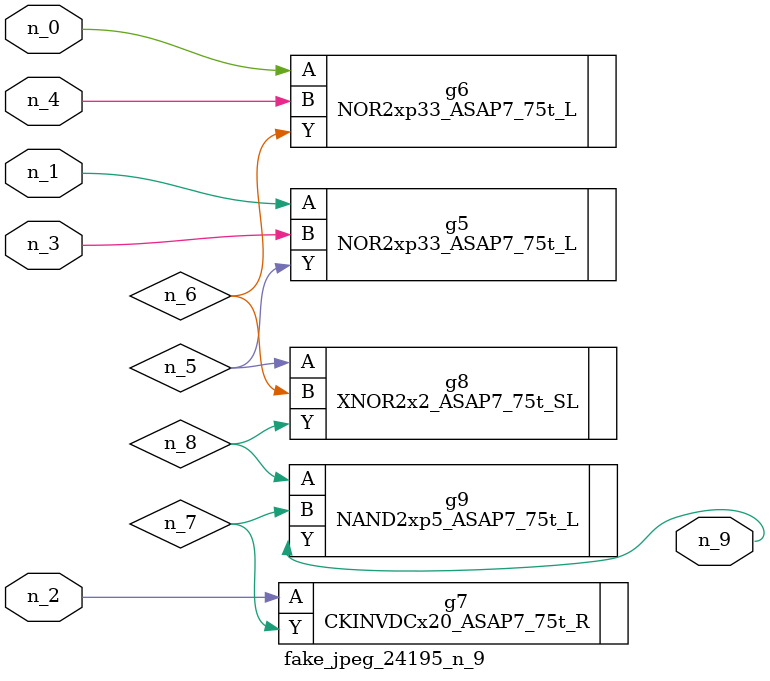
<source format=v>
module fake_jpeg_24195_n_9 (n_3, n_2, n_1, n_0, n_4, n_9);

input n_3;
input n_2;
input n_1;
input n_0;
input n_4;

output n_9;

wire n_8;
wire n_6;
wire n_5;
wire n_7;

NOR2xp33_ASAP7_75t_L g5 ( 
.A(n_1),
.B(n_3),
.Y(n_5)
);

NOR2xp33_ASAP7_75t_L g6 ( 
.A(n_0),
.B(n_4),
.Y(n_6)
);

CKINVDCx20_ASAP7_75t_R g7 ( 
.A(n_2),
.Y(n_7)
);

XNOR2x2_ASAP7_75t_SL g8 ( 
.A(n_5),
.B(n_6),
.Y(n_8)
);

NAND2xp5_ASAP7_75t_L g9 ( 
.A(n_8),
.B(n_7),
.Y(n_9)
);


endmodule
</source>
